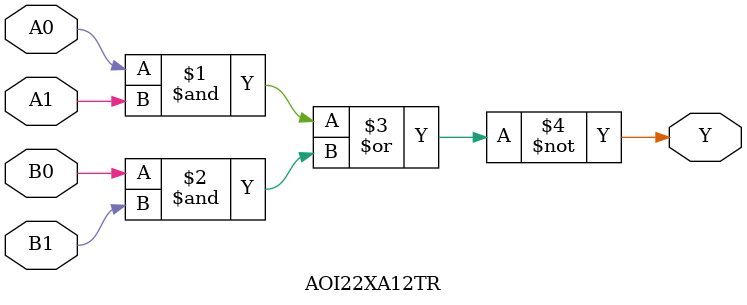
<source format=v>
module asyn_fetch (lr, la, rr, ra, _shift_reg, _latch, _rst);
	input lr, ra, _rst;
	output la, rr, _shift_reg;
	output [3:0] _latch;

	wire [2:0] e_lr;
	wire [2:0] e_la;
	wire [3:0] d_rr;
	wire [3:0] d_ra;
	wire p_lr, p_la, p_rr, p_ra;

	expander_4 fetch_exp (lr, e_lr[0], e_lr[1], e_lr[2], la, e_la[0], e_la[1], e_la[2], p_lr, p_la, _rst);
	pipe mid_pipe (p_lr, p_la, p_rr, p_ra, _rst, _shift_reg);
	decimator_4 fetch_dec (p_rr, p_ra, d_rr[0], d_rr[1], d_rr[2], d_rr[3], d_ra[0], d_ra[1], d_ra[2], d_ra[3], _rst);
	pipe lc_pipe3 (d_rr[3], d_ra[3], rr, ra, _rst, _latch[3]);
	pipe lc_pipe2 (d_rr[2], d_ra[2], e_lr[2], e_la[2], _rst, _latch[2]);
	pipe lc_pipe1 (d_rr[1], d_ra[1], e_lr[1], e_la[1], _rst, _latch[1]);
	pipe lc_pipe0 (d_rr[0], d_ra[0], e_lr[0], e_la[0], _rst, _latch[0]);
endmodule

module expander_4 (r1, r2, r3, r4, a1, a2, a3, a4, ro, ao, reset);

  input r1, r2, r3, r4, ao, reset;
  output a1, a2, a3, a4, ro;
  
  wire [3:0] enable;
  
  shift_reg_4 SR0 (ao, reset, enable);
  
   AOI22X1A12TR exp4_0 ( .A0(r1), .A1(enable[0]), .B0(r2), .B1(enable[1]), .Y(n0));
   AOI22X1A12TR exp4_1 ( .A0(r3), .A1(enable[2]), .B0(r4), .B1(enable[3]), .Y(n1));
   NAND2X1A12TR exp4_2 ( .A(n0), .B(n1), .Y(ro) );
  
   AND2X1A12TR exp4_4 ( .A(ao), .B(enable[0]), .Y(a1) );
   AND2X1A12TR exp4_5 ( .A(ao), .B(enable[1]), .Y(a2) );
   AND2X1A12TR exp4_6 ( .A(ao), .B(enable[2]), .Y(a3) );
   AND2X1A12TR exp4_7 ( .A(ao), .B(enable[3]), .Y(a4) );

endmodule // expander_4

module shift_reg_4(update, reset, out);

  input update, reset;
  output [3:0] out;
  reg [3:0] out;
  wire resetbar;
  assign resetbar = ~reset;
  
  
  always@(negedge update or negedge resetbar) begin
    if (~resetbar) begin
      out <= 4'b0001;
      end
    else begin
       out[3] <= out[2];
       out[2] <= out[1];
       out[1] <= out[0];
       out[0] <= out[3];
		end
    end
  
 endmodule // shift_reg

module decimator_4 (ri, ai, r1, r2, r3, r4, a1, a2, a3, a4, reset);

  input ri, a1, a2, a3, a4, reset;
  output ai, r1, r2, r3, r4;
  
  wire [3:0] enable;
 
  shift_reg_4 SR0 (ai, reset, enable);
 
   AND2X1A12TR dec4_0 ( .A(ri), .B(enable[0]), .Y(r1) );
   AND2X1A12TR dec4_1 ( .A(ri), .B(enable[1]), .Y(r2) );
   AND2X1A12TR dec4_2 ( .A(ri), .B(enable[2]), .Y(r3) );
   AND2X1A12TR dec4_3 ( .A(ri), .B(enable[3]), .Y(r4) );

 assign ai = a1 | a2 | a3 | a4;
  
endmodule // decimator_4

module pipe (lr, la, rr, ra, rst, clk);
   input  lr, ra, rst;
   output rr, la, clk;

   wire   rr_, ra_;

   C_ELEMENT c0 (.a(lr), .b(rr_), .c(la), .rst(rst));
   C_ELEMENT c1 (.a(la), .b(ra_), .c(rr), .rst(rst));
   INV      i0 (.a(ra), .b(ra_));
   INV      i1 (.a(rr), .b(rr_));

   assign clk = rr;
   
endmodule // UPIPELINE2

module C_ELEMENT(c, a, b, rst);
   output c;
   input  a, b, rst;
   assign #2 c = ~rst & ((a & b) | (a & c) | (b & c));
endmodule // C_ELEMENT

module INV(a, b);
   output b;
   input  a;
   assign #1 b = ~a;
endmodule // INV

module AND2X1A12TR (A, B, Y);
   input A, B;
   output Y;
   assign #1 Y = A & B;
endmodule // NAND2X2A12TH

module NAND2X1A12TR (A, B, Y);
   input A, B;
   output Y;
   assign #1 Y = ~(A & B);
endmodule // NAND2X2A12TH

module AOI22XA12TR (A0, A1, B0, B1, Y);
   input A0, A1, B0, B1;
   output Y;
   assign #1 Y = ~((A0 & A1) | (B0 & B1));
endmodule // AOI22X2A12TH

</source>
